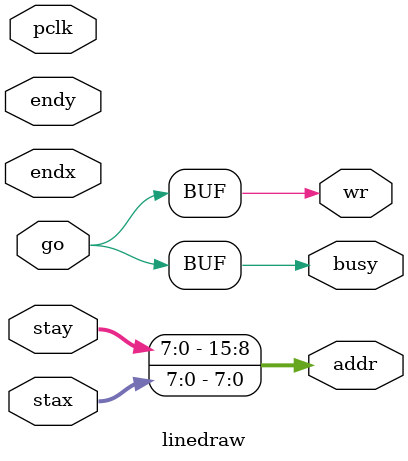
<source format=v>


`timescale 1 ns / 1 ps

// Declare the module and its ports. This is
// using Verilog-2001 syntax.

module linedraw (
  input wire go,
  output wire busy,
  input wire [7:0] stax,
  input wire [7:0] stay,
  input wire [7:0] endx,
  input wire [7:0] endy,
  output wire wr,
  output wire [15:0] addr,
  input wire pclk
  );

  // Describe the actual linedraw for the assignment.
  // Please refer to the provided reference materials
  // or research line drawing algorithms.  The default
  // logic provided here will allow you to initially
  // draw pixels to test integration of your video
  // timing controller and the simulation environment.

  assign busy = go;
  assign wr = go;
  assign addr = {stay,stax};

endmodule

</source>
